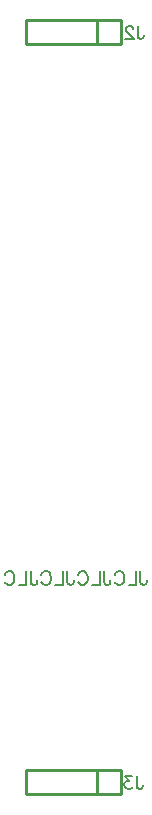
<source format=gbo>
G04 Layer: BottomSilkscreenLayer*
G04 Panelize: V-CUT, Column: 8, Row: 1, Board Size: 15.24mm x 95mm, Panelized Board Size: 135.92mm x 95mm*
G04 EasyEDA v6.5.34, 2023-08-21 18:11:39*
G04 3bfda8faaeb148089eadf0c8bcf69e3c,5a6b42c53f6a479593ecc07194224c93,10*
G04 Gerber Generator version 0.2*
G04 Scale: 100 percent, Rotated: No, Reflected: No *
G04 Dimensions in millimeters *
G04 leading zeros omitted , absolute positions ,4 integer and 5 decimal *
%FSLAX45Y45*%
%MOMM*%

%ADD10C,0.2032*%
%ADD11C,0.1524*%
%ADD12C,0.2540*%

%LPD*%
D10*
X1583690Y3727957D02*
G01*
X1583690Y3640581D01*
X1589277Y3624326D01*
X1594611Y3618737D01*
X1605534Y3613404D01*
X1616456Y3613404D01*
X1627377Y3618737D01*
X1632965Y3624326D01*
X1638300Y3640581D01*
X1638300Y3651504D01*
X1547875Y3727957D02*
G01*
X1547875Y3613404D01*
X1547875Y3613404D02*
G01*
X1482343Y3613404D01*
X1364488Y3700526D02*
G01*
X1369822Y3711447D01*
X1380743Y3722370D01*
X1391665Y3727957D01*
X1413509Y3727957D01*
X1424431Y3722370D01*
X1435354Y3711447D01*
X1440941Y3700526D01*
X1446275Y3684270D01*
X1446275Y3657092D01*
X1440941Y3640581D01*
X1435354Y3629660D01*
X1424431Y3618737D01*
X1413509Y3613404D01*
X1391665Y3613404D01*
X1380743Y3618737D01*
X1369822Y3629660D01*
X1364488Y3640581D01*
X1274063Y3727957D02*
G01*
X1274063Y3640581D01*
X1279397Y3624326D01*
X1284731Y3618737D01*
X1295654Y3613404D01*
X1306575Y3613404D01*
X1317497Y3618737D01*
X1323086Y3624326D01*
X1328420Y3640581D01*
X1328420Y3651504D01*
X1237995Y3727957D02*
G01*
X1237995Y3613404D01*
X1237995Y3613404D02*
G01*
X1172463Y3613404D01*
X1054608Y3700526D02*
G01*
X1060195Y3711447D01*
X1071118Y3722370D01*
X1082040Y3727957D01*
X1103629Y3727957D01*
X1114552Y3722370D01*
X1125474Y3711447D01*
X1131061Y3700526D01*
X1136395Y3684270D01*
X1136395Y3657092D01*
X1131061Y3640581D01*
X1125474Y3629660D01*
X1114552Y3618737D01*
X1103629Y3613404D01*
X1082040Y3613404D01*
X1071118Y3618737D01*
X1060195Y3629660D01*
X1054608Y3640581D01*
X964184Y3727957D02*
G01*
X964184Y3640581D01*
X969518Y3624326D01*
X975106Y3618737D01*
X986027Y3613404D01*
X996950Y3613404D01*
X1007872Y3618737D01*
X1013206Y3624326D01*
X1018540Y3640581D01*
X1018540Y3651504D01*
X928115Y3727957D02*
G01*
X928115Y3613404D01*
X928115Y3613404D02*
G01*
X862584Y3613404D01*
X744727Y3700526D02*
G01*
X750315Y3711447D01*
X761238Y3722370D01*
X772159Y3727957D01*
X794004Y3727957D01*
X804925Y3722370D01*
X815847Y3711447D01*
X821181Y3700526D01*
X826770Y3684270D01*
X826770Y3657092D01*
X821181Y3640581D01*
X815847Y3629660D01*
X804925Y3618737D01*
X794004Y3613404D01*
X772159Y3613404D01*
X761238Y3618737D01*
X750315Y3629660D01*
X744727Y3640581D01*
X654304Y3727957D02*
G01*
X654304Y3640581D01*
X659637Y3624326D01*
X665225Y3618737D01*
X676147Y3613404D01*
X687070Y3613404D01*
X697991Y3618737D01*
X703325Y3624326D01*
X708913Y3640581D01*
X708913Y3651504D01*
X618236Y3727957D02*
G01*
X618236Y3613404D01*
X618236Y3613404D02*
G01*
X552957Y3613404D01*
X435102Y3700526D02*
G01*
X440436Y3711447D01*
X451357Y3722370D01*
X462279Y3727957D01*
X484123Y3727957D01*
X495045Y3722370D01*
X505968Y3711447D01*
X511302Y3700526D01*
X516889Y3684270D01*
X516889Y3657092D01*
X511302Y3640581D01*
X505968Y3629660D01*
X495045Y3618737D01*
X484123Y3613404D01*
X462279Y3613404D01*
X451357Y3618737D01*
X440436Y3629660D01*
X435102Y3640581D01*
D11*
X1560944Y8344938D02*
G01*
X1560944Y8261812D01*
X1566141Y8246224D01*
X1571335Y8241029D01*
X1581726Y8235835D01*
X1592117Y8235835D01*
X1602508Y8241029D01*
X1607705Y8246224D01*
X1612900Y8261812D01*
X1612900Y8272203D01*
X1521459Y8318962D02*
G01*
X1521459Y8324156D01*
X1516265Y8334547D01*
X1511068Y8339744D01*
X1500677Y8344938D01*
X1479895Y8344938D01*
X1469504Y8339744D01*
X1464309Y8334547D01*
X1459115Y8324156D01*
X1459115Y8313765D01*
X1464309Y8303374D01*
X1474701Y8287788D01*
X1526654Y8235835D01*
X1453918Y8235835D01*
X1552930Y1994915D02*
G01*
X1552930Y1911857D01*
X1558264Y1896110D01*
X1563344Y1891029D01*
X1573758Y1885950D01*
X1584172Y1885950D01*
X1594586Y1891029D01*
X1599920Y1896110D01*
X1605000Y1911857D01*
X1605000Y1922271D01*
X1508480Y1994915D02*
G01*
X1451330Y1994915D01*
X1482318Y1953260D01*
X1466824Y1953260D01*
X1456410Y1948179D01*
X1451330Y1943100D01*
X1445996Y1927352D01*
X1445996Y1916937D01*
X1451330Y1901444D01*
X1461490Y1891029D01*
X1477238Y1885950D01*
X1492732Y1885950D01*
X1508480Y1891029D01*
X1513560Y1896110D01*
X1518640Y1906523D01*
D12*
X1212900Y8394700D02*
G01*
X1212900Y8204200D01*
X1415999Y8393099D02*
G01*
X616000Y8393099D01*
X616000Y8193100D01*
X1415999Y8193100D01*
X1415999Y8393099D01*
X1212900Y2044700D02*
G01*
X1212900Y1854200D01*
X1415999Y2043099D02*
G01*
X616000Y2043099D01*
X616000Y1843100D01*
X1415999Y1843100D01*
X1415999Y2043099D01*
M02*

</source>
